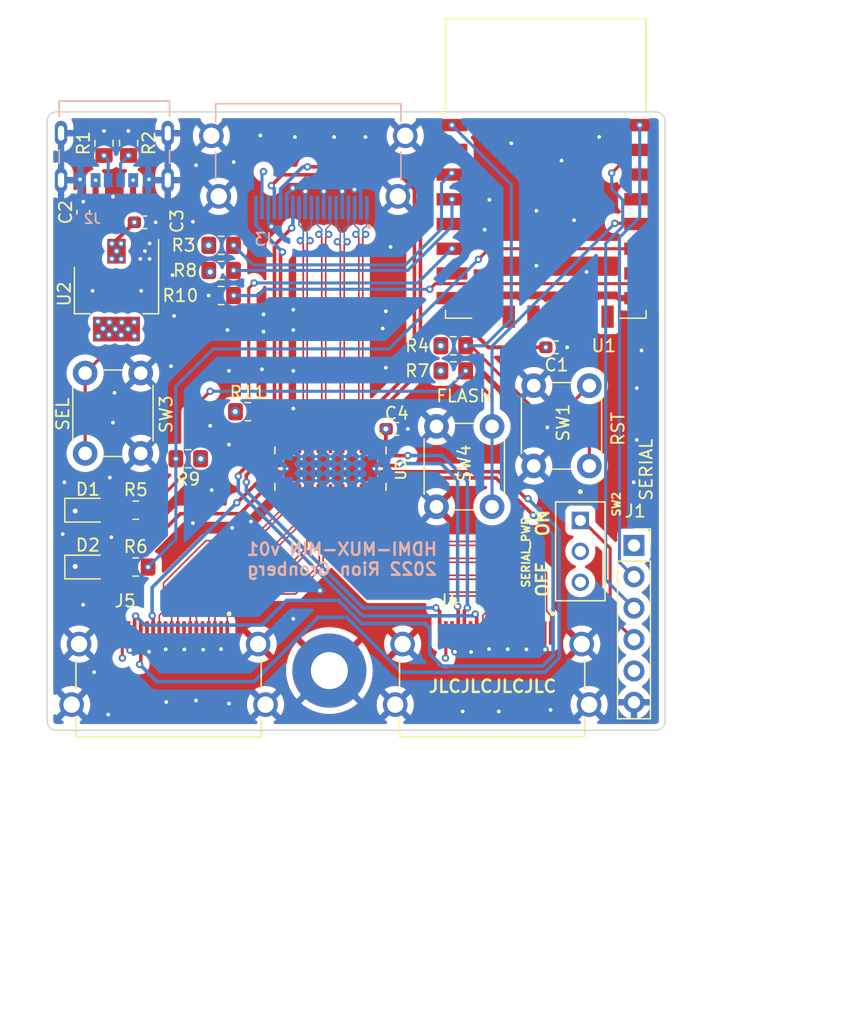
<source format=kicad_pcb>
(kicad_pcb (version 20211014) (generator pcbnew)
  (layers (0 "F.Cu" signal) (1 "In1.Cu" signal) (2 "In2.Cu" signal) (31 "B.Cu" signal) (34 "B.Paste" user) (35 "F.Paste" user) (36 "B.SilkS" user "B.Silkscreen") (37 "F.SilkS" user "F.Silkscreen") (38 "B.Mask" user) (39 "F.Mask" user) (44 "Edge.Cuts" user))
  (net 0 "")
  (net 1 "GND")
  (net 2 "/IN_D2+")
  (net 3 "/IN_D2-")
  (net 4 "+5V")
  (net 5 "/IN_D1+")
  (net 6 "/IN_D1-")
  (net 8 "Net-(D1-Pad2)")
  (net 9 "Net-(D2-Pad2)")
  (net 15 "/USB_RX")
  (net 17 "/USB_TX")
  (net 19 "VBUS")
  (net 20 "/IN_D0+")
  (net 21 "/IN_D0-")
  (net 22 "/IN_CLK+")
  (net 23 "/IN_CLK-")
  (net 24 "/IN_CEC")
  (net 25 "/IN_SCL")
  (net 26 "/IN_SDA")
  (net 27 "/IN_HPD")
  (net 28 "/P1_D2+")
  (net 29 "/P1_D2-")
  (net 30 "/P1_D1+")
  (net 31 "/P1_D1-")
  (net 32 "/P1_D0+")
  (net 33 "/P1_D0-")
  (net 34 "/P1_CEC")
  (net 35 "/P1_SCL")
  (net 36 "/P1_SDA")
  (net 37 "/P1_HPD")
  (net 38 "/P2_D2+")
  (net 39 "/P2_D2-")
  (net 40 "/P2_D1+")
  (net 41 "/P2_D1-")
  (net 42 "/P2_D0+")
  (net 43 "/P2_D0-")
  (net 44 "/P2_CLK+")
  (net 45 "/P2_CLK-")
  (net 46 "/P2_CEC")
  (net 47 "/P2_SCL")
  (net 48 "/P2_SDA")
  (net 49 "/P2_HPD")
  (net 51 "Net-(R3-Pad2)")
  (net 52 "/LED2")
  (net 53 "/LED1")
  (net 54 "Net-(J2-PadB5)")
  (net 55 "+3.3V")
  (net 56 "Net-(J2-PadA5)")
  (net 58 "Net-(R4-Pad2)")
  (net 59 "Net-(R10-Pad1)")
  (net 61 "/MUX_A_SEL")
  (net 62 "/P1_CLK-")
  (net 63 "/P1_CLK+")
  (net 64 "Net-(J1-Pad4)")
  (net 68 "Net-(R8-Pad1)")
  (net 69 "Net-(R11-Pad1)")
  (footprint "Resistor_SMD:R_0805_2012Metric_Pad1.20x1.40mm_HandSolder" (layer "F.Cu") (at 36.703 34.417 180)
    (fp_text reference "R10")
    (fp_text value "10k")
  )
  (footprint "Capacitor_SMD:C_0603_1608Metric_Pad1.08x0.95mm_HandSolder" (layer "F.Cu") (at 25.53725 27.68125 90)
    (fp_text reference "C2")
    (fp_text value "10uF")
  )
  (footprint "Resistor_SMD:R_0805_2012Metric_Pad1.20x1.40mm_HandSolder" (layer "F.Cu") (at 55.499 40.513)
    (fp_text reference "R7")
    (fp_text value "10k")
  )
  (footprint "Resistor_SMD:R_0805_2012Metric_Pad1.20x1.40mm_HandSolder" (layer "F.Cu") (at 29.20725 22.08125 -90)
    (fp_text reference "R2")
    (fp_text value "5.1k")
  )
  (footprint "Capacitor_SMD:C_0603_1608Metric_Pad1.08x0.95mm_HandSolder" (layer "F.Cu") (at 50.927 45.212 180)
    (fp_text reference "C4")
    (fp_text value "0.1uF")
  )
  (footprint "Resistor_SMD:R_0805_2012Metric_Pad1.20x1.40mm_HandSolder" (layer "F.Cu") (at 34.036 47.625 180)
    (fp_text reference "R9")
    (fp_text value "10k")
  )
  (footprint "LED_SMD:LED_0805_2012Metric_Pad1.15x1.40mm_HandSolder" (layer "F.Cu") (at 25.9055 51.788)
    (fp_text reference "D1")
    (fp_text value "LED1")
  )
  (footprint "Resistor_SMD:R_0805_2012Metric_Pad1.20x1.40mm_HandSolder" (layer "F.Cu") (at 29.7855 51.788)
    (fp_text reference "R5")
    (fp_text value "15")
  )
  (footprint "Resistor_SMD:R_0805_2012Metric_Pad1.20x1.40mm_HandSolder" (layer "F.Cu") (at 27.21725 22.09125 -90)
    (fp_text reference "R1")
    (fp_text value "5.1k")
  )
  (footprint "Capacitor_SMD:C_0603_1608Metric_Pad1.08x0.95mm_HandSolder" (layer "F.Cu") (at 63.8545 38.608 180)
    (fp_text reference "C1")
    (fp_text value "22uF")
  )
  (footprint "Resistor_SMD:R_0805_2012Metric_Pad1.20x1.40mm_HandSolder" (layer "F.Cu") (at 38.862 43.815 180)
    (fp_text reference "R11")
    (fp_text value "10k")
  )
  (footprint "Connector_PinSocket_2.54mm:PinSocket_1x06_P2.54mm_Vertical" (layer "F.Cu") (at 70.129 54.635)
    (fp_text reference "J1")
    (fp_text value "SERIAL")
  )
  (footprint "Button_Switch_THT:SW_PUSH_6mm" (layer "F.Cu") (at 62.012 48.208 90)
    (fp_text reference "SW1")
    (fp_text value "RST")
  )
  (footprint "STEWART_SS-53000-001:STEWART_SS-53000-001" (layer "F.Cu") (at 58.646 61.722)
    (fp_text reference "J4")
    (fp_text value "HDMI_1")
  )
  (footprint "STEWART_SS-53000-001:STEWART_SS-53000-001" (layer "F.Cu") (at 32.446 61.722)
    (fp_text reference "J5")
    (fp_text value "HDMI_2")
  )
  (footprint "Button_Switch_THT:SW_PUSH_6mm" (layer "F.Cu") (at 25.69 47.192 90)
    (fp_text reference "SW3")
    (fp_text value "SEL")
  )
  (footprint "LED_SMD:LED_0805_2012Metric_Pad1.15x1.40mm_HandSolder" (layer "F.Cu") (at 25.908 56.388)
    (fp_text reference "D2")
    (fp_text value "LED2")
  )
  (footprint "Resistor_SMD:R_0805_2012Metric_Pad1.20x1.40mm_HandSolder" (layer "F.Cu") (at 36.703 30.353)
    (fp_text reference "R3")
    (fp_text value "10k")
  )
  (footprint "Capacitor_SMD:C_0603_1608Metric_Pad1.08x0.95mm_HandSolder" (layer "F.Cu") (at 30.53725 28.49125)
    (fp_text reference "C3")
    (fp_text value "10uF")
  )
  (footprint "QFN50P900X350X80-43N:QFN50P900X350X80-43N" (layer "F.Cu") (at 45.55525 48.4245 -90)
    (fp_text reference "U3")
    (fp_text value "TS3DV642")
  )
  (footprint "Resistor_SMD:R_0805_2012Metric_Pad1.20x1.40mm_HandSolder" (layer "F.Cu") (at 36.703 32.385 180)
    (fp_text reference "R8")
    (fp_text value "10k")
  )
  (footprint "Resistor_SMD:R_0805_2012Metric_Pad1.20x1.40mm_HandSolder" (layer "F.Cu") (at 55.499 38.481)
    (fp_text reference "R4")
    (fp_text value "10k")
  )
  (footprint "MountingHole:MountingHole_3mm_Pad" (layer "F.Cu") (at 45.466 64.77)
    (fp_text reference "REF**" hide)
    (fp_text value "MountingHole_3mm_Pad" hide)
  )
  (footprint "RF_Module:ESP-12E" (layer "F.Cu") (at 62.992 24.13)
    (fp_text reference "U1")
    (fp_text value "ESP-12F")
  )
  (footprint "MINI-SPDT-SW:MINI-SPDT-SW" (layer "F.Cu") (at 65.786 55.118 -90)
    (fp_text reference "SW2")
    (fp_text value "SERIAL_PWR")
  )
  (footprint "Resistor_SMD:R_0805_2012Metric_Pad1.20x1.40mm_HandSolder" (layer "F.Cu") (at 29.7855 56.388)
    (fp_text reference "R6")
    (fp_text value "15")
  )
  (footprint "Package_TO_SOT_SMD:SOT-223-3_TabPin2" (layer "F.Cu") (at 28.22725 33.98125 -90)
    (fp_text reference "U2")
    (fp_text value "AMS1117-3.3")
  )
  (footprint "Button_Switch_THT:SW_PUSH_6mm" (layer "F.Cu") (at 58.638 45.01 -90)
    (fp_text reference "SW4")
    (fp_text value "FLASH")
  )
  (footprint "CUI_UJC-HP-3-SMT-TR:CUI_UJC-HP-3-SMT-TR" (layer "B.Cu") (at 28.05725 25.08125)
    (fp_text reference "J2")
    (fp_text value "UJC-HP-3-SMT-TR")
  )
  (footprint "STEWART_SS-53000-001:STEWART_SS-53000-001" (layer "B.Cu") (at 43.75875 27.2905)
    (fp_text reference "J3")
    (fp_text value "HDMI_IN")
  )
  (gr_arc (start 23.368 69.596) (mid 22.829185 69.372815) (end 22.606 68.834) (layer "Edge.Cuts") (width 0.1))
  (gr_line (start 23.368 19.558) (end 71.882 19.558) (layer "Edge.Cuts") (width 0.1))
  (gr_line (start 22.606 68.834) (end 22.606 20.32) (layer "Edge.Cuts") (width 0.1))
  (gr_line (start 71.882 69.596) (end 23.368 69.596) (layer "Edge.Cuts") (width 0.1))
  (gr_arc (start 71.882 19.558) (mid 72.420815 19.781185) (end 72.644 20.32) (layer "Edge.Cuts") (width 0.1))
  (gr_arc (start 22.606 20.32) (mid 22.829185 19.781185) (end 23.368 19.558) (layer "Edge.Cuts") (width 0.1))
  (gr_line (start 72.644 20.32) (end 72.644 68.834) (layer "Edge.Cuts") (width 0.1))
  (gr_arc (start 72.644 68.834) (mid 72.420815 69.372815) (end 71.882 69.596) (layer "Edge.Cuts") (width 0.1))
  (gr_text "HDMI-MUX-MIN v01\n2022 Rion Gronberg" (at 46.482 55.753) (layer "B.SilkS") (effects (font (size 1 1) (thickness 0.2)) (justify mirror)))
  (gr_text "ON" (at 62.738 52.832 90) (layer "F.SilkS") (effects (font (size 1 1) (thickness 0.2))))
  (gr_text "JLCJLCJLCJLC" (at 58.674 66.04) (layer "F.SilkS") (effects (font (size 1 1) (thickness 0.2))))
  (gr_text "OFF" (at 62.738 57.404 90) (layer "F.SilkS") (effects (font (size 1 1) (thickness 0.2))))
  (segment (start 25.53725 26.81875) (end 25.53725 26.82125) (width 0.25) (layer "F.Cu") (net 1))
  (segment (start 71.49075 35.968) (end 71.49075 35.018) (width 0.25) (layer "F.Cu") (net 1))
  (segment (start 35.703 34.417) (end 35.687 34.417) (width 0.25) (layer "F.Cu") (net 1))
  (segment (start 62.896 63.023778) (end 62.935457 63.063235) (width 0.25) (layer "F.Cu") (net 1))
  (segment (start 36.696 61.722) (end 36.696 63.028373) (width 0.25) (layer "F.Cu") (net 1))
  (segment (start 68.85075 38.608) (end 71.49075 35.968) (width 0.25) (layer "F.Cu") (net 1))
  (segment (start 59.896 63.028106) (end 59.903164 63.03527) (width 0.25) (layer "F.Cu") (net 1))
  (segment (start 31.39975 28.49125) (end 31.39975 29.94875) (width 0.25) (layer "F.Cu") (net 1))
  (segment (start 61.396 63.026666) (end 61.418413 63.049079) (width 0.25) (layer "F.Cu") (net 1))
  (segment (start 61.396 61.722) (end 61.396 63.026666) (width 0.25) (layer "F.Cu") (net 1))
  (segment (start 59.896 61.722) (end 59.896 63.028106) (width 0.25) (layer "F.Cu") (net 1))
  (segment (start 35.196 63.021303) (end 35.246299 63.071602) (width 0.25) (layer "F.Cu") (net 1))
  (segment (start 51.7895 45.212) (end 51.816 45.212) (width 0.25) (layer "F.Cu") (net 1))
  (segment (start 58.396 63.028372) (end 58.395941 63.028431) (width 0.25) (layer "F.Cu") (net 1))
  (segment (start 32.196 61.722) (end 32.196 63.027426) (width 0.25) (layer "F.Cu") (net 1))
  (segment (start 29.196 61.722) (end 29.196 62.993203) (width 0.25) (layer "F.Cu") (net 1))
  (segment (start 32.196 63.027426) (end 32.211851 63.043277) (width 0.25) (layer "F.Cu") (net 1))
  (segment (start 29.196 62.993203) (end 29.3205 63.117703) (width 0.25) (layer "F.Cu") (net 1))
  (segment (start 31.39975 29.94875) (end 30.52725 30.82125) (width 0.25) (layer "F.Cu") (net 1))
  (segment (start 56.896 63.216304) (end 56.942493 63.262797) (width 0.25) (layer "F.Cu") (net 1))
  (segment (start 30.696 61.722) (end 30.696 63.081) (width 0.25) (layer "F.Cu") (net 1))
  (segment (start 30.696 63.081) (end 30.861 63.246) (width 0.25) (layer "F.Cu") (net 1))
  (segment (start 55.396 61.722) (end 55.396 63.016) (width 0.25) (layer "F.Cu") (net 1))
  (segment (start 33.696 63.025176) (end 33.728126 63.057302) (width 0.25) (layer "F.Cu") (net 1))
  (segment (start 33.696 61.722) (end 33.696 63.025176) (width 0.25) (layer "F.Cu") (net 1))
  (segment (start 55.396 63.016) (end 55.626 63.246) (width 0.25) (layer "F.Cu") (net 1))
  (segment (start 36.696 63.028373) (end 36.69597 63.028403) (width 0.25) (layer "F.Cu") (net 1))
  (segment (start 64.717 38.608) (end 68.85075 38.608) (width 0.25) (layer "F.Cu") (net 1))
  (segment (start 35.196 61.722) (end 35.196 63.021303) (width 0.25) (layer "F.Cu") (net 1))
  (segment (start 62.896 61.722) (end 62.896 63.023778) (width 0.25) (layer "F.Cu") (net 1))
  (segment (start 56.896 61.722) (end 56.896 63.216304) (width 0.25) (layer "F.Cu") (net 1))
  (segment (start 58.396 61.722) (end 58.396 63.028372) (width 0.25) (layer "F.Cu") (net 1))
  (via (at 50.038 40.259) (size 0.6) (drill 0.3) (layers "F.Cu" "B.Cu") (net 1))
  (via (at 25.273 25.019) (size 0.6) (drill 0.3) (layers "F.Cu" "B.Cu") (net 1))
  (via (at 70.104 49.53) (size 0.6) (drill 0.3) (layers "F.Cu" "B.Cu") (net 1))
  (via (at 29.18725 21.10125) (size 0.6) (drill 0.3) (layers "F.Cu" "B.Cu") (net 1))
  (via (at 63.119 45.085) (size 0.6) (drill 0.3) (layers "F.Cu" "B.Cu") (net 1))
  (via (at 62.23 32.004) (size 0.6) (drill 0.3) (layers "F.Cu" "B.Cu") (net 1))
  (via (at 29.3205 63.117703) (size 0.6) (drill 0.3) (layers "F.Cu" "B.Cu") (net 1))
  (via (at 59.182 68.072) (size 0.6) (drill 0.3) (layers "F.Cu" "B.Cu") (net 1))
  (via (at 42.545 43.561) (size 0.6) (drill 0.3) (layers "F.Cu" "B.Cu") (net 1))
  (via (at 30.861 63.246) (size 0.6) (drill 0.3) (layers "F.Cu" "B.Cu") (net 1))
  (via (at 39.116 52.705) (size 0.6) (drill 0.3) (layers "F.Cu" "B.Cu") (net 1))
  (via (at 46.508778 25.9841) (size 0.6) (drill 0.3) (layers "F.Cu" "B.Cu") (net 1))
  (via (at 66.294 32.512) (size 0.6) (drill 0.3) (layers "F.Cu" "B.Cu") (net 1))
  (via (at 56.261 68.072) (size 0.6) (drill 0.3) (layers "F.Cu" "B.Cu") (net 1))
  (via (at 30.226 34.036) (size 0.6) (drill 0.3) (layers "F.Cu" "B.Cu") (net 1))
  (via (at 55.626 63.246) (size 0.6) (drill 0.3) (layers "F.Cu" "B.Cu") (net 1))
  (via (at 70.739 38.862) (size 0.6) (drill 0.3) (layers "F.Cu" "B.Cu") (net 1))
  (via (at 45.847 21.59) (size 0.6) (drill 0.3) (layers "F.Cu" "B.Cu") (net 1))
  (via (at 40.005 40.386) (size 0.6) (drill 0.3) (layers "F.Cu" "B.Cu") (net 1))
  (via (at 42.545 40.513) (size 0.6) (drill 0.3) (layers "F.Cu" "B.Cu") (net 1))
  (via (at 27.813 53.975) (size 0.6) (drill 0.3) (layers "F.Cu" "B.Cu") (net 1))
  (via (at 62.23 27.559) (size 0.6) (drill 0.3) (layers "F.Cu" "B.Cu") (net 1))
  (via (at 37.592 53.213) (size 0.6) (drill 0.3) (layers "F.Cu" "B.Cu") (net 1))
  (via (at 51.816 45.212) (size 0.6) (drill 0.3) (layers "F.Cu" "B.Cu") (net 1))
  (via (at 35.941 50.165) (size 0.6) (drill 0.3) (layers "F.Cu" "B.Cu") (net 1))
  (via (at 37.211 37.211) (size 0.6) (drill 0.3) (layers "F.Cu" "B.Cu") (net 1))
  (via (at 32.639 40.132) (size 0.6) (drill 0.3) (layers "F.Cu" "B.Cu") (net 1))
  (via (at 65.278 28.321) (size 0.6) (drill 0.3) (layers "F.Cu" "B.Cu") (net 1))
  (via (at 34.417 28.448) (size 0.6) (drill 0.3) (layers "F.Cu" "B.Cu") (net 1))
  (via (at 35.814 44.958) (size 0.6) (drill 0.3) (layers "F.Cu" "B.Cu") (net 1))
  (via (at 63.373 67.945) (size 0.6) (drill 0.3) (layers "F.Cu" "B.Cu") (net 1))
  (via (at 70.358 41.91) (size 0.6) (drill 0.3) (layers "F.Cu" "B.Cu") (net 1))
  (via (at 50.038 35.687) (size 0.6) (drill 0.3) (layers "F.Cu" "B.Cu") (net 1))
  (via (at 23.876 53.721) (size 0.6) (drill 0.3) (layers "F.Cu" "B.Cu") (net 1))
  (via (at 43.510116 25.982791) (size 0.6) (drill 0.3) (layers "F.Cu" "B.Cu") (net 1))
  (via (at 35.687 34.417) (size 0.6) (drill 0.3) (layers "F.Cu" "B.Cu") (net 1))
  (via (at 36.69597 63.028403) (size 0.6) (drill 0.3) (layers "F.Cu" "B.Cu") (net 1))
  (via (at 30.90725 31.45125) (size 0.6) (drill 0.3) (layers "F.Cu" "B.Cu") (net 1))
  (via (at 50.419 30.48) (size 0.6) (drill 0.3) (layers "F.Cu" "B.Cu") (net 1))
  (via (at 70.358 46.101) (size 0.6) (drill 0.3) (layers "F.Cu" "B.Cu") (net 1))
  (via (at 40.132 35.941) (size 0.6) (drill 0.3) (layers "F.Cu" "B.Cu") (net 1))
  (via (at 42.545 37.211) (size 0.6) (drill 0.3) (layers "F.Cu" "B.Cu") (net 1))
  (via (at 26.289 34.036) (size 0.6) (drill 0.3) (layers "F.Cu" "B.Cu") (net 1))
  (via (at 30.15725 31.45125) (size 0.6) (drill 0.3) (layers "F.Cu" "B.Cu") (net 1))
  (via (at 27.559 68.326) (size 0.6) (drill 0.3) (layers "F.Cu" "B.Cu") (net 1))
  (via (at 30.861 25.019) (size 0.6) (drill 0.3) (layers "F.Cu" "B.Cu") (net 1))
  (via (at 40.132 37.338) (size 0.6) (drill 0.3) (layers "F.Cu" "B.Cu") (net 1))
  (via (at 62.935457 63.063235) (size 0.6) (drill 0.3) (layers "F.Cu" "B.Cu") (net 1))
  (via (at 30.90725 30.20125) (size 0.6) (drill 0.3) (layers "F.Cu" "B.Cu") (net 1))
  (via (at 58.039 29.083) (size 0.6) (drill 0.3) (layers "F.Cu" "B.Cu") (net 1))
  (via (at 34.671 23.876) (size 0.6) (drill 0.3) (layers "F.Cu" "B.Cu") (net 1))
  (via (at 32.211851 63.043277) (size 0.6) (drill 0.3) (layers "F.Cu" "B.Cu") (net 1))
  (via (at 42.545 60.579) (size 0.6) (drill 0.3) (layers "F.Cu" "B.Cu") (net 1))
  (via (at 27.686 49.149) (size 0.6) (drill 0.3) (layers "F.Cu" "B.Cu") (net 1))
  (via (at 32.766 32.766) (size 0.6) (drill 0.3) (layers "F.Cu" "B.Cu") (net 1))
  (via (at 67.31 21.59) (size 0.6) (drill 0.3) (layers "F.Cu" "B.Cu") (net 1))
  (via (at 58.42 26.67) (size 0.6) (drill 0.3) (layers "F.Cu" "B.Cu") (net 1))
  (via (at 42.545 35.56) (size 0.6) (drill 0.3) (layers "F.Cu" "B.Cu") (net 1))
  (via (at 42.497338 25.724124) (size 0.6) (drill 0.3) (layers "F.Cu" "B.Cu") (net 1))
  (via (at 27.21725 21.10125) (size 0.6) (drill 0.3) (layers "F.Cu" "B.Cu") (net 1))
  (via (at 64.717 38.608) (size 0.6) (drill 0.3) (layers "F.Cu" "B.Cu") (net 1))
  (via (at 37.338 40.513) (size 0.6) (drill 0.3) (layers "F.Cu" "B.Cu") (net 1))
  (via (at 30.52725 30.82125) (size 0.6) (drill 0.3) (layers "F.Cu" "B.Cu") (net 1))
  (via (at 24.8855 56.338) (size 0.8) (drill 0.4) (layers "F.Cu" "B.Cu") (net 1))
  (via (at 24.8855 51.858) (size 0.8) (drill 0.4) (layers "F.Cu" "B.Cu") (net 1))
  (via (at 56.942493 63.262797) (size 0.6) (drill 0.3) (layers "F.Cu" "B.Cu") (net 1))
  (via (at 49.784 37.084) (size 0.6) (drill 0.3) (layers "F.Cu" "B.Cu") (net 1))
  (via (at 39.878 21.463) (size 0.6) (drill 0.3) (layers "F.Cu" "B.Cu") (net 1))
  (via (at 37.338 67.437) (size 0.6) (drill 0.3) (layers "F.Cu" "B.Cu") (net 1))
  (via (at 42.672 21.59) (size 0.6) (drill 0.3) (layers "F.Cu" "B.Cu") (net 1))
  (via (at 35.246299 63.071602) (size 0.6) (drill 0.3) (layers "F.Cu" "B.Cu") (net 1))
  (via (at 60.198 22.098) (size 0.6) (drill 0.3) (layers "F.Cu" "B.Cu") (net 1))
  (via (at 47.498 25.840998) (size 0.6) (drill 0.3) (layers "F.Cu" "B.Cu") (net 1))
  (via (at 32.893 36.068) (size 0.6) (drill 0.3) (layers "F.Cu" "B.Cu") (net 1))
  (via (at 28.067 42.291) (size 0.6) (drill 0.3) (layers "F.Cu" "B.Cu") (net 1))
  (via (at 37.338 46.482) (size 0.6) (drill 0.3) (layers "F.Cu" "B.Cu") (net 1))
  (via (at 27.94 44.704) (size 0.6) (drill 0.3) (layers "F.Cu" "B.Cu") (net 1))
  (via (at 34.671 67.183) (size 0.6) (drill 0.3) (layers "F.Cu" "B.Cu") (net 1))
  (via (at 48.387 21.59) (size 0.6) (drill 0.3) (layers "F.Cu" "B.Cu") (net 1))
  (via (at 44.704 58.293) (size 0.6) (drill 0.3) (layers "F.Cu" "B.Cu") (net 1))
  (via (at 58.395941 63.028431) (size 0.6) (drill 0.3) (layers "F.Cu" "B.Cu") (net 1))
  (via (at 34.417 52.832) (size 0.6) (drill 0.3) (layers "F.Cu" "B.Cu") (net 1))
  (via (at 24.003 49.53) (size 0.6) (drill 0.3) (layers "F.Cu" "B.Cu") (net 1))
  (via (at 26.416 64.897) (size 0.6) (drill 0.3) (layers "F.Cu" "B.Cu") (net 1))
  (via (at 64.262 23.495) (size 0.6) (drill 0.3) (layers "F.Cu" "B.Cu") (net 1))
  (via (at 25.527 59.436) (size 0.6) (drill 0.3) (layers "F.Cu" "B.Cu") (net 1))
  (via (at 31.39975 28.49125) (size 0.6) (drill 0.3) (layers "F.Cu" "B.Cu") (net 1))
  (via (at 37.719 23.622) (size 0.6) (drill 0.3) (layers "F.Cu" "B.Cu") (net 1))
  (via (at 45.00873 25.984107) (size 0.6) (drill 0.3) (layers "F.Cu" "B.Cu") (net 1))
  (via (at 59.903164 63.03527) (size 0.6) (drill 0.3) (layers "F.Cu" "B.Cu") (net 1))
  (via (at 61.418413 63.049079) (size 0.6) (drill 0.3) (layers "F.Cu" "B.Cu") (net 1))
  (via (at 40.767 28.829) (size 0.6) (drill 0.3) (layers "F.Cu" "B.Cu") (net 1))
  (via (at 27.94 26.416) (size 0.6) (drill 0.3) (layers "F.Cu" "B.Cu") (net 1))
  (via (at 33.728126 63.057302) (size 0.6) (drill 0.3) (layers "F.Cu" "B.Cu") (net 1))
  (via (at 25.53725 26.82125) (size 0.6) (drill 0.3) (layers "F.Cu" "B.Cu") (net 1))
  (via (at 32.258 67.31) (size 0.6) (drill 0.3) (layers "F.Cu" "B.Cu") (net 1))
  (segment (start 42.00875 26.212712) (end 42.497338 25.724124) (width 0.25) (layer "B.Cu") (net 1))
  (segment (start 25.30725 25.05325) (end 25.273 25.019) (width 0.25) (layer "B.Cu") (net 1))
  (segment (start 40.50875 27.2905) (end 40.50875 28.57075) (width 0.25) (layer "B.Cu") (net 1))
  (segment (start 46.50875 27.2905) (end 46.50875 25.984128) (width 0.25) (layer "B.Cu") (net 1))
  (segment (start 45.00875 27.2905) (end 45.00875 25.984127) (width 0.25) (layer "B.Cu") (net 1))
  (segment (start 46.50875 25.984128) (end 46.508778 25.9841) (width 0.25) (layer "B.Cu") (net 1))
  (segment (start 30.80725 25.36125) (end 30.82725 25.38125) (width 0.25) (layer "B.Cu") (net 1))
  (segment (start 48.00875 26.0405) (end 47.809248 25.840998) (width 0.25) (layer "B.Cu") (net 1))
  (segment (start 48.00875 27.2905) (end 48.00875 26.0405) (width 0.25) (layer "B.Cu") (net 1))
  (segment (start 25.30725 25.08625) (end 25.30725 25.05325) (width 0.25) (layer "B.Cu") (net 1))
  (segment (start 43.50875 27.2905) (end 43.50875 25.984157) (width 0.25) (layer "B.Cu") (net 1))
  (segment (start 30.80725 25.07275) (end 30.861 25.019) (width 0.25) (layer "B.Cu") (net 1))
  (segment (start 40.50875 28.57075) (end 40.767 28.829) (width 0.25) (layer "B.Cu") (net 1))
  (segment (start 42.00875 27.2905) (end 42.00875 26.212712) (width 0.25) (layer "B.Cu") (net 1))
  (segment (start 47.809248 25.840998) (end 47.498 25.840998) (width 0.25) (layer "B.Cu") (net 1))
  (segment (start 43.50875 25.984157) (end 43.510116 25.982791) (width 0.25) (layer "B.Cu") (net 1))
  (segment (start 45.00875 25.984127) (end 45.00873 25.984107) (width 0.25) (layer "B.Cu") (net 1))
  (segment (start 30.80725 25.08625) (end 30.80725 25.07275) (width 0.25) (layer "B.Cu") (net 1))
  (segment (start 47.464751 43.692817) (end 47.464751 46.649001) (width 0.127) (layer "F.Cu") (net 2))
  (segment (start 47.464751 46.649001) (end 47.55525 46.7395) (width 0.127) (layer "F.Cu") (net 2))
  (segment (start 48.168251 29.700499) (end 48.168251 42.989317) (width 0.127) (layer "F.Cu") (net 2))
  (segment (start 48.40475 29.464) (end 48.168251 29.700499) (width 0.127) (layer "F.Cu") (net 2))
  (segment (start 48.168251 42.989317) (end 47.464751 43.692817) (width 0.127) (layer "F.Cu") (net 2))
  (via (at 48.40475 29.464) (size 0.6) (drill 0.3) (layers "F.Cu" "B.Cu") (net 2))
  (segment (start 48.50875 27.2905) (end 48.50875 28.715501) (width 0.127) (layer "B.Cu") (net 2))
  (segment (start 48.168251 29.227501) (end 48.40475 29.464) (width 0.127) (layer "B.Cu") (net 2))
  (segment (start 48.50875 28.715501) (end 48.16825 29.056001) (width 0.127) (layer "B.Cu") (net 2))
  (segment (start 48.16825 29.056001) (end 48.168251 29.227501) (width 0.127) (layer "B.Cu") (net 2))
  (segment (start 47.849249 29.700499) (end 47.849249 42.857183) (width 0.127) (layer "F.Cu") (net 3))
  (segment (start 47.849249 42.857183) (end 47.145749 43.560683) (width 0.127) (layer "F.Cu") (net 3))
  (segment (start 47.61275 29.464) (end 47.849249 29.700499) (width 0.127) (layer "F.Cu") (net 3))
  (segment (start 47.145749 46.649001) (end 47.05525 46.7395) (width 0.127) (layer "F.Cu") (net 3))
  (segment (start 47.145749 43.560683) (end 47.145749 46.649001) (width 0.127) (layer "F.Cu") (net 3))
  (via (at 47.61275 29.464) (size 0.6) (drill 0.3) (layers "F.Cu" "B.Cu") (net 3))
  (segment (start 47.849249 29.227501) (end 47.61275 29.464) (width 0.127) (layer "B.Cu") (net 3))
  (segment (start 47.50875 28.715501) (end 47.84925 29.056001) (width 0.127) (layer "B.Cu") (net 3))
  (segment (start 47.50875 27.2905) (end 47.50875 28.715501) (width 0.127) (layer "B.Cu") (net 3))
  (segment (start 47.84925 29.056001) (end 47.849249 29.227501) (width 0.127) (layer "B.Cu") (net 3))
  (segment (start 54.896 63.722) (end 54.864 63.754) (width 0.25) (layer "F.Cu") (net 4))
  (segment (start 28.696 61.722) (end 28.696 63.748) (width 0.25) (layer "F.Cu") (net 4))
  (segment (start 54.896 61.722) (end 54.896 63.722) (width 0.25) (layer "F.Cu") (net 4))
  (segment (start 28.696 63.748) (end 28.702 63.754) (width 0.25) (layer "F.Cu") (net 4))
  (via (at 28.702 63.754) (size 0.6) (drill 0.3) (layers "F.Cu" "B.Cu") (net 4))
  (via (at 40.132 24.384) (size 0.6) (drill 0.3) (layers "F.Cu" "B.Cu") (net 4))
  (via (at 54.864 63.754) (size 0.6) (drill 0.3) (layers "F.Cu" "B.Cu") (net 4))
  (segment (start 40.00875 27.2905) (end 40.00875 24.50725) (width 0.25) (layer "B.Cu") (net 4))
  (segment (start 40.00875 24.50725) (end 40.132 24.384) (width 0.25) (layer "B.Cu") (net 4))
  (segment (start 46.668251 46.193599) (end 46.668251 30.29985) (width 0.127) (layer "F.Cu") (net 5))
  (segment (start 46.668251 30.29985) (end 46.90475 30.063351) (width 0.127) (layer "F.Cu") (net 5))
  (segment (start 46.65675 46.589135) (end 46.65675 46.2051) (width 0.127) (layer "F.Cu") (net 5))
  (segment (start 46.55525 46.7395) (end 46.55525 46.690635) (width 0.127) (layer "F.Cu") (net 5))
  (segment (start 46.65675 46.2051) (end 46.668251 46.193599) (width 0.127) (layer "F.Cu") (net 5))
  (segment (start 46.55525 46.690635) (end 46.65675 46.589135) (width 0.127) (layer "F.Cu") (net 5))
  (via (at 46.90475 30.063351) (size 0.6) (drill 0.3) (layers "F.Cu" "B.Cu") (net 5))
  (segment (start 47.00875 27.2905) (end 47.00875 28.715501) (width 0.127) (layer "B.Cu") (net 5))
  (segment (start 46.668251 29.826852) (end 46.90475 30.063351) (width 0.127) (layer "B.Cu") (net 5))
  (segment (start 47.00875 28.715501) (end 46.66825 29.056001) (width 0.127) (layer "B.Cu") (net 5))
  (segment (start 46.66825 29.056001) (end 46.668251 29.826852) (width 0.127) (layer "B.Cu") (net 5))
  (segment (start 46.16475 46.103093) (end 46.349249 45.918594) (width 0.127) (layer "F.Cu") (net 6))
  (segment (start 46.349249 30.29985) (end 46.11275 30.063351) (width 0.127) (layer "F.Cu") (net 6))
  (segment (start 46.05525 46.7395) (end 46.16475 46.63) (width 0.127) (layer "F.Cu") (net 6))
  (segment (start 46.16475 46.63) (end 46.16475 46.103093) (width 0.127) (layer "F.Cu") (net 6))
  (segment (start 46.349249 45.918594) (end 46.349249 30.29985) (width 0.127) (layer "F.Cu") (net 6))
  (via (at 46.11275 30.063351) (size 0.6) (drill 0.3) (layers "F.Cu" "B.Cu") (net 6))
  (segment (start 46.00875 28.715501) (end 46.34925 29.056001) (width 0.127) (layer "B.Cu") (net 6))
  (segment (start 46.00875 27.2905) (end 46.00875 28.715501) (width 0.127) (layer "B.Cu") (net 6))
  (segment (start 46.34925 29.056001) (end 46.349249 29.826852) (width 0.127) (layer "B.Cu") (net 6))
  (segment (start 46.349249 29.826852) (end 46.11275 30.063351) (width 0.127) (layer "B.Cu") (net 6))
  (segment (start 28.7855 51.788) (end 26.9305 51.788) (width 0.25) (layer "F.Cu") (net 8))
  (segment (start 26.933 56.388) (end 28.7855 56.388) (width 0.25) (layer "F.Cu") (net 9))
  (via (at 70.592 20.63) (size 0.6) (drill 0.3) (layers "F.Cu" "B.Cu") (net 15))
  (segment (start 68.954 29.72128) (end 70.592 28.08328) (width 0.25) (layer "B.Cu") (net 15))
  (segment (start 70.592 28.08328) (end 70.592 20.63) (width 0.25) (layer "B.Cu") (net 15))
  (segment (start 70.129 57.175) (end 68.954 56) (width 0.25) (layer "B.Cu") (net 15))
  (segment (start 68.954 56) (end 68.954 29.72128) (width 0.25) (layer "B.Cu") (net 15))
  (segment (start 68.326 24.511) (end 70.207 22.63) (width 0.25) (layer "F.Cu") (net 17))
  (segment (start 70.207 22.63) (end 70.592 22.63) (width 0.25) (layer "F.Cu") (net 17))
  (via (at 68.326 24.511) (size 0.6) (drill 0.3) (layers "F.Cu" "B.Cu") (net 17))
  (segment (start 68.326 25.781) (end 68.326 24.511) (width 0.25) (layer "B.Cu") (net 17))
  (segment (start 69.215 26.67) (end 68.326 25.781) (width 0.25) (layer "B.Cu") (net 17))
  (segment (start 70.129 59.715) (end 67.837 57.423) (width 0.25) (layer "B.Cu") (net 17))
  (segment (start 67.837 57.423) (end 67.837 30.201884) (width 0.25) (layer "B.Cu") (net 17))
  (segment (start 67.837 30.201884) (end 69.215 28.823884) (width 0.25) (layer "B.Cu") (net 17))
  (segment (start 69.215 28.823884) (end 69.215 26.67) (width 0.25) (layer "B.Cu") (net 17))
  (segment (start 26.49225 29.66625) (end 25.92725 30.23125) (width 0.5) (layer "F.Cu") (net 19))
  (segment (start 29.56725 26.59125) (end 26.49225 29.66625) (width 0.5) (layer "F.Cu") (net 19))
  (segment (start 29.56725 25.09625) (end 29.57725 25.08625) (width 0.5) (layer "F.Cu") (net 19))
  (segment (start 29.56725 26.59125) (end 29.56725 25.09625) (width 0.5) (layer "F.Cu") (net 19))
  (segment (start 25.53725 28.54375) (end 25.53725 30.44125) (width 0.5) (layer "F.Cu") (net 19))
  (segment (start 26.53725 29.62125) (end 26.49225 29.66625) (width 0.5) (layer "F.Cu") (net 19))
  (segment (start 25.92725 30.23125) (end 25.92725 30.83125) (width 0.5) (layer "F.Cu") (net 19))
  (segment (start 26.53725 25.08625) (end 26.53725 29.62125) (width 0.5) (layer "F.Cu") (net 19))
  (segment (start 25.92725 30.83125) (end 25.92725 30.52125) (width 0.5) (layer "F.Cu") (net 19))
  (segment (start 25.53725 30.44125) (end 25.92725 30.83125) (width 0.5) (layer "F.Cu") (net 19))
  (via (at 29.57725 25.08625) (size 0.7) (drill 0.3) (layers "F.Cu" "B.Cu") (net 19))
  (via (at 26.53725 25.08625) (size 0.7) (drill 0.3) (layers "F.Cu" "B.Cu") (net 19))
  (segment (start 45.168251 46.193599) (end 45.15675 46.2051) (width 0.127) (layer "F.Cu") (net 20))
  (segment (start 45.05525 46.690635) (end 45.05525 46.7395) (width 0.127) (layer "F.Cu") (net 20))
  (segment (start 45.40475 29.464) (end 45.168251 29.700499) (width 0.127) (layer "F.Cu") (net 20))
  (segment (start 45.15675 46.2051) (end 45.15675 46.589135) (width 0.127) (layer "F.Cu") (net 20))
  (segment (start 45.15675 46.589135) (end 45.05525 46.690635) (width 0.127) (layer "F.Cu") (net 20))
  (segment (start 45.168251 29.700499) (end 45.168251 46.193599) (width 0.127) (layer "F.Cu") (net 20))
  (via (at 45.40475 29.464) (size 0.6) (drill 0.3) (layers "F.Cu" "B.Cu") (net 20))
  (segment (start 45.50875 27.2905) (end 45.50875 28.715501) (width 0.127) (layer "B.Cu") (net 20))
  (segment (start 45.50875 28.715501) (end 45.16825 29.056001) (width 0.127) (layer "B.Cu") (net 20))
  (segment (start 45.168251 29.227501) (end 45.40475 29.464) (width 0.127) (layer "B.Cu") (net 20))
  (segment (start 45.16825 29.056001) (end 45.168251 29.227501) (width 0.127) (layer "B.Cu") (net 20))
  (segment (start 44.66475 46.208413) (end 44.66475 46.63) (width 0.127) (layer "F.Cu") (net 21))
  (segment (start 44.61275 29.464) (end 44.849249 29.700499) (width 0.127) (layer "F.Cu") (net 21))
  (segment (start 44.849249 46.023914) (end 44.66475 46.208413) (width 0.127) (layer "F.Cu") (net 21))
  (segment (start 44.849249 29.700499) (end 44.849249 46.023914) (width 0.127) (layer "F.Cu") (net 21))
  (segment (start 44.66475 46.63) (end 44.55525 46.7395) (width 0.127) (layer "F.Cu") (net 21))
  (via (at 44.61275 29.464) (size 0.6) (drill 0.3) (layers "F.Cu" "B.Cu") (net 21))
  (segment (start 44.50875 27.2905) (end 44.50875 28.715501) (width 0.127) (layer "B.Cu") (net 21))
  (segment (start 44.84925 29.056001) (end 44.849249 29.227501) (width 0.127) (layer "B.Cu") (net 21))
  (segment (start 44.849249 29.227501) (end 44.61275 29.464) (width 0.127) (layer "B.Cu") (net 21))
  (segment (start 44.50875 28.715501) (end 44.84925 29.056001) (width 0.127) (layer "B.Cu") (net 21))
  (segment (start 43.94575 46.63) (end 43.94575 45.202937) (width 0.127) (layer "F.Cu") (net 22))
  (segment (start 43.668251 30.208499) (end 43.90475 29.972) (width 0.127) (layer "F.Cu") (net 22))
  (segment (start 43.668251 44.925438) (end 43.668251 30.208499) (width 0.127) (layer "F.Cu") (net 22))
  (segment (start 44.05525 46.7395) (end 43.94575 46.63) (width 0.127) (layer "F.Cu") (net 22))
  (segment (start 43.94575 45.202937) (end 43.668251 44.925438) (width 0.127) (layer "F.Cu") (net 22))
  (via (at 43.90475 29.972) (size 0.6) (drill 0.3) (layers "F.Cu" "B.Cu") (net 22))
  (segment (start 43.66825 29.056001) (end 43.668251 29.735501) (width 0.127) (layer "B.Cu") (net 22))
  (segment (start 43.668251 29.735501) (end 43.90475 29.972) (width 0.127) (layer "B.Cu") (net 22))
  (segment (start 44.00875 27.2905) (end 44.00875 28.715501) (width 0.127) (layer "B.Cu") (net 22))
  (segment (start 44.00875 28.715501) (end 43.66825 29.056001) (width 0.127) (layer "B.Cu") (net 22))
  (segment (start 43.349249 30.208499) (end 43.11275 29.972) (width 0.127) (layer "F.Cu") (net 23))
  (segment (start 43.55525 46.690635) (end 43.55525 46.7395) (width 0.127) (layer "F.Cu") (net 23))
  (segment (start 43.46375 45.172045) (end 43.349249 45.057543) (width 0.127) (layer "F.Cu") (net 23))
  (segment (start 43.55525 46.690635) (end 43.46375 46.599135) (width 0.127) (layer "F.Cu") (net 23))
  (segment (start 43.349249 45.057543) (end 43.349249 30.208499) (width 0.127) (layer "F.Cu") (net 23))
  (segment (start 43.46375 46.599135) (end 43.46375 45.172045) (width 0.127) (layer "F.Cu") (net 23))
  (via (at 43.11275 29.972) (size 0.6) (drill 0.3) (layers "F.Cu" "B.Cu") (net 23))
  (segment (start 43.349249 29.735501) (end 43.11275 29.972) (width 0.127) (layer "B.Cu") (net 23))
  (segment (start 43.34925 29.056001) (end 43.349249 29.735501) (width 0.127) (layer "B.Cu") (net 23))
  (segment (start 43.00875 28.715501) (end 43.34925 29.056001) (width 0.127) (layer "B.Cu") (net 23))
  (segment (start 43.00875 27.2905) (end 43.00875 28.715501) (width 0.127) (layer "B.Cu") (net 23))
  (segment (start 42.55525 45.60325) (end 41.91 44.958) (width 0.29) (layer "F.Cu") (net 24))
  (segment (start 41.021 30.353) (end 41.021 30.734) (width 0.29) (layer "F.Cu") (net 24))
  (segment (start 42.55525 46.7395) (end 42.55525 45.60325) (width 0.29) (layer "F.Cu") (net 24))
  (segment (start 41.91 44.958) (end 41.021 44.069) (width 0.29) (layer "F.Cu") (net 24))
  (segment (start 42.418 28.956) (end 41.021 30.353) (width 0.29) (layer "F.Cu") (net 24))
  (segment (start 41.021 44.069) (end 41.021 30.734) (width 0.29) (layer "F.Cu") (net 24))
  (via (at 42.418 28.956) (size 0.6) (drill 0.3) (layers "F.Cu" "B.Cu") (net 24))
  (segment (start 42.50875 28.86525) (end 42.418 28.956) (width 0.29) (layer "B.Cu") (net 24))
  (segment (start 42.50875 27.2905) (end 42.50875 28.86525) (width 0.29) (layer "B.Cu") (net 24))
  (segment (start 51.212796 24.003) (end 43.688 24.003) (width 0.29) (layer "F.Cu") (net 25))
  (segment (start 52.84125 40.50375) (end 52.84125 25.631454) (width 0.29) (layer "F.Cu") (net 25))
  (segment (start 49.403 43.942) (end 52.84125 40.50375) (width 0.29) (layer "F.Cu") (net 25))
  (segment (start 52.84125 25.631454) (end 51.212796 24.003) (width 0.29) (layer "F.Cu") (net 25))
  (segment (start 48.55525 46.7395) (end 48.55525 44.78975) (width 0.29) (layer "F.Cu") (net 25))
  (segment (start 48.55525 44.78975) (end 49.403 43.942) (width 0.29) (layer "F.Cu") (net 25))
  (via (at 43.688 24.003) (size 0.6) (drill 0.3) (layers "F.Cu" "B.Cu") (net 25))
  (segment (start 41.50875 27.2905) (end 41.50875 25.80125) (width 0.29) (layer "B.Cu") (net 25))
  (segment (start 41.50875 25.80125) (end 43.307 24.003) (width 0.29) (layer "B.Cu") (net 25))
  (segment (start 43.307 24.003) (end 43.688 24.003) (width 0.29) (layer "B.Cu") (net 25))
  (segment (start 41.646 24.648) (end 40.767 25.527) (width 0.29) (layer "F.Cu") (net 26))
  (segment (start 51.164832 24.648) (end 41.646 24.648) (width 0.29) (layer "F.Cu") (net 26))
  (segment (start 52.35125 25.834418) (end 51.164832 24.648) (width 0.29) (layer "F.Cu") (net 26))
  (segment (start 48.05525 44.52775) (end 52.35125 40.23175) (width 0.29) (layer "F.Cu") (net 26))
  (segment (start 48.05525 46.7395) (end 48.05525 44.52775) (width 0.29) (layer "F.Cu") (net 26))
  (segment (start 52.35125 40.23175) (end 52.35125 25.834418) (width 0.29) (layer "F.Cu") (net 26))
  (via (at 40.767 25.527) (size 0.6) (drill 0.3) (layers "F.Cu" "B.Cu") (net 26))
  (segment (start 41.00875 25.76875) (end 41.00875 27.2905) (width 0.29) (layer "B.Cu") (net 26))
  (segment (start 40.767 25.527) (end 41.00875 25.76875) (width 0.29) (layer "B.Cu") (net 26))
  (segment (start 42.799 45.085) (end 41.511 43.797) (width 0.29) (layer "F.Cu") (net 27))
  (segment (start 43.05525 46.7395) (end 43.05525 45.34125) (width 0.29) (layer "F.Cu") (net 27))
  (segment (start 43.05525 45.34125) (end 42.799 45.085) (width 0.29) (layer "F.Cu") (net 27))
  (segment (start 41.511 31.050201) (end 41.6655 30.895701) (width 0.29) (layer "F.Cu") (net 27))
  (segment (start 41.511 40.259) (end 41.511 31.050201) (width 0.29) (layer "F.Cu") (net 27))
  (segment (start 41.511 43.797) (end 41.511 40.259) (width 0.29) (layer "F.Cu") (net 27))
  (via (at 41.6655 30.895701) (size 0.6) (drill 0.3) (layers "F.Cu" "B.Cu") (net 27))
  (segment (start 39.50875 28.738951) (end 41.6655 30.895701) (width 0.29) (layer "B.Cu") (net 27))
  (segment (start 39.50875 27.2905) (end 39.50875 28.738951) (width 0.29) (layer "B.Cu") (net 27))
  (segment (start 52.481318 54.315) (end 49.464751 51.298433) (width 0.127) (layer "F.Cu") (net 28))
  (segment (start 49.464751 51.298433) (end 49.464751 50.199999) (width 0.127) (layer "F.Cu") (net 28))
  (segment (start 49.464751 50.199999) (end 49.55525 50.1095) (width 0.127) (layer "F.Cu") (net 28))
  (segment (start 63.0555 59.956499) (end 63.0555 56.849182) (width 0.127) (layer "F.Cu") (net 28))
  (segment (start 63.396 60.296999) (end 63.0555 59.956499) (width 0.127) (layer "F.Cu") (net 28))
  (segment (start 63.0555 56.849182) (end 60.521318 54.315) (width 0.127) (layer "F.Cu") (net 28))
  (segment (start 60.521318 54.315) (end 52.481318 54.315) (width 0.127) (layer "F.Cu") (net 28))
  (segment (start 63.396 61.722) (end 63.396 60.296999) (width 0.127) (layer "F.Cu") (net 28))
  (segment (start 49.145749 50.199999) (end 49.05525 50.1095) (width 0.127) (layer "F.Cu") (net 29))
  (segment (start 62.396 61.722) (end 62.396 60.296999) (width 0.127) (layer "F.Cu") (net 29))
  (segment (start 62.7365 59.956499) (end 62.7365 56.981318) (width 0.127) (layer "F.Cu") (net 29))
  (segment (start 60.389182 54.634) (end 52.349182 54.634) (width 0.127) (layer "F.Cu") (net 29))
  (segment (start 62.7365 56.981318) (end 60.389182 54.634) (width 0.127) (layer "F.Cu") (net 29))
  (segment (start 62.396 60.296999) (end 62.7365 59.956499) (width 0.127) (layer "F.Cu") (net 29))
  (segment (start 49.145749 51.430567) (end 49.145749 50.199999) (width 0.127) (layer "F.Cu") (net 29))
  (segment (start 52.349182 54.634) (end 49.145749 51.430567) (width 0.127) (layer "F.Cu") (net 29))
  (segment (start 48.464751 52.938433) (end 48.464751 50.199999) (width 0.127) (layer "F.Cu") (net 30))
  (segment (start 59.361318 55.685) (end 51.211318 55.685) (width 0.127) (layer "F.Cu") (net 30))
  (segment (start 48.464751 50.199999) (end 48.55525 50.1095) (width 0.127) (layer "F.Cu") (net 30))
  (segment (start 61.5555 57.879182) (end 59.361318 55.685) (width 0.127) (layer "F.Cu") (net 30))
  (segment (start 61.896 61.722) (end 61.896 60.296999) (width 0.127) (layer "F.Cu") (net 30))
  (segment (start 61.5555 59.956499) (end 61.5555 57.879182) (width 0.127) (layer "F.Cu") (net 30))
  (segment (start 51.211318 55.685) (end 48.464751 52.938433) (width 0.127) (layer "F.Cu") (net 30))
  (segment (start 61.896 60.296999) (end 61.5555 59.956499) (width 0.127) (layer "F.Cu") (net 30))
  (segment (start 48.145749 53.070567) (end 48.145749 50.199999) (width 0.127) (layer "F.Cu") (net 31))
  (segment (start 60.896 60.296999) (end 61.2365 59.956499) (width 0.127) (layer "F.Cu") (net 31))
  (segment (start 61.2365 58.011318) (end 59.229182 56.004) (width 0.127) (layer "F.Cu") (net 31))
  (segment (start 51.079182 56.004) (end 48.145749 53.070567) (width 0.127) (layer "F.Cu") (net 31))
  (segment (start 48.145749 50.199999) (end 48.05525 50.1095) (width 0.127) (layer "F.Cu") (net 31))
  (segment (start 60.896 61.722) (end 60.896 60.296999) (width 0.127) (layer "F.Cu") (net 31))
  (segment (start 59.229182 56.004) (end 51.079182 56.004) (width 0.127) (layer "F.Cu") (net 31))
  (segment (start 61.2365 59.956499) (end 61.2365 58.011318) (width 0.127) (layer "F.Cu") (net 31))
  (segment (start 60.0555 58.599182) (end 58.511318 57.055) (width 0.127) (layer "F.Cu") (net 32))
  (segment (start 60.0555 59.956499) (end 60.0555 58.599182) (width 0.127) (layer "F.Cu") (net 32))
  (segment (start 60.396 61.722) (end 60.396 60.296999) (width 0.127) (layer "F.Cu") (net 32))
  (segment (start 58.511318 57.055) (end 49.691318 57.055) (width 0.127) (layer "F.Cu") (net 32))
  (segment (start 60.396 60.296999) (end 60.0555 59.956499) (width 0.127) (layer "F.Cu") (net 32))
  (segment (start 49.691318 57.055) (end 47.464751 54.828433) (width 0.127) (layer "F.Cu") (net 32))
  (segment (start 47.464751 54.828433) (end 47.464751 50.199999) (width 0.127) (layer "F.Cu") (net 32))
  (segment (start 47.464751 50.199999) (end 47.55525 50.1095) (width 0.127) (layer "F.Cu") (net 32))
  (segment (start 47.145749 54.960567) (end 47.145749 50.199999) (width 0.127) (layer "F.Cu") (net 33))
  (segment (start 58.379182 57.374) (end 49.559182 57.374) (width 0.127) (layer "F.Cu") (net 33))
  (segment (start 59.396 60.296999) (end 59.7365 59.956499) (width 0.127) (layer "F.Cu") (net 33))
  (segment (start 49.559182 57.374) (end 47.145749 54.960567) (width 0.127) (layer "F.Cu") (net 33))
  (segment (start 59.7365 58.731318) (end 58.379182 57.374) (width 0.127) (layer "F.Cu") (net 33))
  (segment (start 59.396 61.722) (end 59.396 60.296999) (width 0.127) (layer "F.Cu") (net 33))
  (segment (start 47.145749 50.199999) (end 47.05525 50.1095) (width 0.127) (layer "F.Cu") (net 33))
  (segment (start 59.7365 59.956499) (end 59.7365 58.731318) (width 0.127) (layer "F.Cu") (net 33))
  (segment (start 57.396 60.317) (end 57.277 60.198) (width 0.29) (layer "F.Cu") (net 34))
  (segment (start 39.3205 47.6745) (end 38.1 48.895) (width 0.29) (layer "F.Cu") (net 34))
  (segment (start 57.396 61.722) (end 57.396 60.317) (width 0.29) (layer "F.Cu") (net 34))
  (segment (start 38.0905 48.9045) (end 38.0905 49.043441) (width 0.29) (layer "F.Cu") (net 34))
  (segment (start 38.1 48.895) (end 38.0905 48.9045) (width 0.29) (layer "F.Cu") (net 34))
  (segment (start 41.12025 47.6745) (end 39.3205 47.6745) (width 0.29) (layer "F.Cu") (net 34))
  (via (at 38.0905 49.043441) (size 0.6) (drill 0.3) (layers "F.Cu" "B.Cu") (net 34))
  (via (at 57.277 60.198) (size 0.6) (drill 0.3) (layers "F.Cu" "B.Cu") (net 34))
  (segment (start 38.0905 50.2825) (end 48.143 60.335) (width 0.29) (layer "B.Cu") (net 34))
  (segment (start 57.277 60.198) (end 57.14 60.335) (width 0.29) (layer "B.Cu") (net 34))
  (segment (start 57.14 60.335) (end 48.143 60.335) (width 0.29) (layer "B.Cu") (net 34))
  (segment (start 38.0905 49.043441) (end 38.0905 50.2825) (width 0.29) (layer "B.Cu") (net 34))
  (segment (start 56.396 59.936) (end 56.642 59.69) (width 0.29) (layer "F.Cu") (net 35))
  (segment (start 56.396 61.722) (end 56.396 59.936) (width 0.29) (layer "F.Cu") (net 35))
  (segment (start 50.29375 47.371) (end 49.99025 47.6745) (width 0.29) (layer "F.Cu") (net 35))
  (segment (start 51.816 47.371) (end 50.29375 47.371) (width 0.29) (layer "F.Cu") (net 35))
  (via (at 51.816 47.371) (size 0.6) (drill 0.3) (layers "F.Cu" "B.Cu") (net 35))
  (via (at 56.642 59.69) (size 0.6) (drill 0.3) (layers "F.Cu" "B.Cu") (net 35))
  (segment (start 56.642 49.403) (end 56.007 48.768) (width 0.29) (layer "B.Cu") (net 35))
  (segment (start 56.007 48.768) (end 54.61 47.371) (width 0.29) (layer "B.Cu") (net 35))
  (segment (start 54.61 47.371) (end 51.816 47.371) (width 0.29) (layer "B.Cu") (net 35))
  (segment (start 56.642 59.69) (end 56.642 49.403) (width 0.29) (layer "B.Cu") (net 35))
  (segment (start 49.99025 48.1745) (end 51.022 48.1745) (width 0.29) (layer "F.Cu") (net 36))
  (segment (start 51.022 48.1745) (end 51.181 48.0155) (width 0.29) (layer "F.Cu") (net 36))
  (segment (start 55.896 59.626733) (end 55.85 59.580733) (width 0.29) (layer "F.Cu") (net 36))
  (segment (start 55.896 61.722) (end 55.896 59.626733) (width 0.29) (layer "F.Cu") (net 36))
  (via (at 55.85 59.580733) (size 0.6) (drill 0.3) (layers "F.Cu" "B.Cu") (net 36))
  (via (at 51.181 48.0155) (size 0.6) (drill 0.3) (layers "F.Cu" "B.Cu") (net 36))
  (segment (start 55.85 59.580733) (end 55.85 49.363964) (width 0.29) (layer "B.Cu") (net 36))
  (segment (start 55.85 49.363964) (end 54.501536 48.0155) (width 0.29) (layer "B.Cu") (net 36))
  (segment (start 54.501536 48.0155) (end 51.181 48.0155) (width 0.29) (layer "B.Cu") (net 36))
  (segment (start 54.396 59.9845) (end 54.102 59.6905) (width 0.29) (layer "F.Cu") (net 37))
  (segment (start 38.7445 49.520257) (end 38.735 49.510757) (width 0.29) (layer "F.Cu") (net 37))
  (segment (start 39.513464 48.1745) (end 41.12025 48.1745) (width 0.29) (layer "F.Cu") (net 37))
  (segment (start 38.735 48.952964) (end 39.513464 48.1745) (width 0.29) (layer "F.Cu") (net 37))
  (segment (start 54.396 61.722) (end 54.396 59.9845) (width 0.29) (layer "F.Cu") (net 37))
  (segment (start 38.735 49.510757) (end 38.735 48.952964) (width 0.29) (layer "F.Cu") (net 37))
  (via (at 54.102 59.6905) (size 0.6) (drill 0.3) (layers "F.Cu" "B.Cu") (net 37))
  (via (at 38.7445 49.520257) (size 0.6) (drill 0.3) (layers "F.Cu" "B.Cu") (net 37))
  (segment (start 48.191464 59.6905) (end 47.336482 58.835518) (width 0.29) (layer "B.Cu") (net 37))
  (segment (start 54.102 59.6905) (end 48.191464 59.6905) (width 0.29) (layer "B.Cu") (net 37))
  (segment (start 38.7445 50.243536) (end 38.7445 49.520257) (width 0.29) (layer "B.Cu") (net 37))
  (segment (start 47.336482 58.835518) (end 38.7445 50.243536) (width 0.29) (layer "B.Cu") (net 37))
  (segment (start 36.8555 59.429818) (end 37.721318 58.564) (width 0.127) (layer "F.Cu") (net 38))
  (segment (start 37.196 61.722) (end 37.196 60.296999) (width 0.127) (layer "F.Cu") (net 38))
  (segment (start 37.721318 58.564) (end 42.731318 58.564) (width 0.127) (layer "F.Cu") (net 38))
  (segment (start 36.8555 59.956499) (end 36.8555 59.429818) (width 0.127) (layer "F.Cu") (net 38))
  (segment (start 42.731318 58.564) (end 44.964751 56.330567) (width 0.127) (layer "F.Cu") (net 38))
  (segment (start 37.196 60.296999) (end 36.8555 59.956499) (width 0.127) (layer "F.Cu") (net 38))
  (segment (start 44.964751 50.199999) (end 45.05525 50.1095) (width 0.127) (layer "F.Cu") (net 38))
  (segment (start 44.964751 56.330567) (end 44.964751 50.199999) (width 0.127) (layer "F.Cu") (net 38))
  (segment (start 37.589182 58.245) (end 42.599182 58.245) (width 0.127) (layer "F.Cu") (net 39))
  (segment (start 36.5365 59.297682) (end 37.589182 58.245) (width 0.127) (layer "F.Cu") (net 39))
  (segment (start 44.645749 50.199999) (end 44.55525 50.1095) (width 0.127) (layer "F.Cu") (net 39))
  (segment (start 36.196 61.722) (end 36.196 60.296999) (width 0.127) (layer "F.Cu") (net 39))
  (segment (start 36.5365 59.956499) (end 36.5365 59.297682) (width 0.127) (layer "F.Cu") (net 39))
  (segment (start 42.599182 58.245) (end 44.645749 56.198433) (width 0.127) (layer "F.Cu") (net 39))
  (segment (start 36.196 60.296999) (end 36.5365 59.956499) (width 0.127) (layer "F.Cu") (net 39))
  (segment (start 44.645749 56.198433) (end 44.645749 50.199999) (width 0.127) (layer "F.Cu") (net 39))
  (segment (start 37.151318 57.264) (end 41.641318 57.264) (width 0.127) (layer "F.Cu") (net 40))
  (segment (start 41.641318 57.264) (end 43.964751 54.940567) (width 0.127) (layer "F.Cu") (net 40))
  (segment (start 35.696 60.296999) (end 35.3555 59.956499) (width 0.127) (layer "F.Cu") (net 40))
  (segment (start 43.964751 54.940567) (end 43.964751 50.199999) (width 0.127) (layer "F.Cu") (net 40))
  (segment (start 35.696 61.722) (end 35.696 60.296999) (width 0.127) (layer "F.Cu") (net 40))
  (segment (start 35.3555 59.956499) (end 35.3555 59.059818) (width 0.127) (layer "F.Cu") (net 40))
  (segment (start 35.3555 59.059818) (end 37.151318 57.264) (width 0.127) (layer "F.Cu") (net 40))
  (segment (start 43.964751 50.199999) (end 44.05525 50.1095) (width 0.127) (layer "F.Cu") (net 40))
  (segment (start 35.0365 59.956499) (end 35.0365 58.927682) (width 0.127) (layer "F.Cu") (net 41))
  (segment (start 43.645749 54.808433) (end 43.645749 50.199999) (width 0.127) (layer "F.Cu") (net 41))
  (segment (start 37.019182 56.945) (end 41.509182 56.945) (width 0.127) (layer "F.Cu") (net 41))
  (segment (start 34.696 61.722) (end 34.696 60.296999) (width 0.127) (layer "F.Cu") (net 41))
  (segment (start 35.0365 58.927682) (end 37.019182 56.945) (width 0.127) (layer "F.Cu") (net 41))
  (segment (start 41.509182 56.945) (end 43.645749 54.808433) (width 0.127) (layer "F.Cu") (net 41))
  (segment (start 43.645749 50.199999) (end 43.55525 50.1095) (width 0.127) (layer "F.Cu") (net 41))
  (segment (start 34.696 60.296999) (end 35.0365 59.956499) (width 0.127) (layer "F.Cu") (net 41))
  (segment (start 42.964751 50.199999) (end 43.05525 50.1095) (width 0.127) (layer "F.Cu") (net 42))
  (segment (start 34.196 61.722) (end 34.196 60.296999) (width 0.127) (layer "F.Cu") (net 42))
  (segment (start 34.196 60.296999) (end 33.8555 59.956499) (width 0.127) (layer "F.Cu") (net 42))
  (segment (start 40.151318 55.904) (end 42.964751 53.090567) (width 0.127) (layer "F.Cu") (net 42))
  (segment (start 42.964751 53.090567) (end 42.964751 50.199999) (width 0.127) (layer "F.Cu") (net 42))
  (segment (start 33.8555 59.956499) (end 33.8555 58.589818) (width 0.127) (layer "F.Cu") (net 42))
  (segment (start 36.541318 55.904) (end 40.151318 55.904) (width 0.127) (layer "F.Cu") (net 42))
  (segment (start 33.8555 58.589818) (end 36.541318 55.904) (width 0.127) (layer "F.Cu") (net 42))
  (segment (start 42.645749 50.199999) (end 42.55525 50.1095) (width 0.127) (layer "F.Cu") (net 43))
  (segment (start 42.645749 52.958433) (end 42.645749 50.199999) (width 0.127) (layer "F.Cu") (net 43))
  (segment (start 36.409182 55.585) (end 40.019182 55.585) (width 0.127) (layer "F.Cu") (net 43))
  (segment (start 33.196 60.296999) (end 33.5365 59.956499) (width 0.127) (layer "F.Cu") (net 43))
  (segment (start 33.5365 58.457682) (end 36.409182 55.585) (width 0.127) (layer "F.Cu") (net 43))
  (segment (start 33.5365 59.956499) (end 33.5365 58.457682) (width 0.127) (layer "F.Cu") (net 43))
  (segment (start 33.196 61.722) (end 33.196 60.296999) (width 0.127) (layer "F.Cu") (net 43))
  (segment (start 40.019182 55.585) (end 42.645749 52.958433) (width 0.127) (layer "F.Cu") (net 43))
  (segment (start 41.964751 51.800567) (end 41.964751 50.199999) (width 0.127) (layer "F.Cu") (net 44))
  (segment (start 32.696 61.722) (end 32.696 60.296999) (width 0.127) (layer "F.Cu") (net 44))
  (segment (start 32.3555 59.956499) (end 32.3555 57.819818) (width 0.127) (layer "F.Cu") (net 44))
  (segment (start 32.3555 57.819818) (end 35.601318 54.574) (width 0.127) (layer "F.Cu") (net 44))
  (segment (start 35.601318 54.574) (end 39.191318 54.574) (width 0.127) (layer "F.Cu") (net 44))
  (segment (start 39.191318 54.574) (end 41.964751 51.800567) (width 0.127) (layer "F.Cu") (net 44))
  (segment (start 32.696 60.296999) (end 32.3555 59.956499) (width 0.127) (layer "F.Cu") (net 44))
  (segment (start 41.964751 50.199999) (end 42.05525 50.1095) (width 0.127) (layer "F.Cu") (net 44))
  (segment (start 39.059182 54.255) (end 41.645749 51.668433) (width 0.127) (layer "F.Cu") (net 45))
  (segment (start 31.696 61.722) (end 31.696 60.296999) (width 0.127) (layer "F.Cu") (net 45))
  (segment (start 32.0365 59.956499) (end 32.0365 57.687682) (width 0.127) (layer "F.Cu") (net 45))
  (segment (start 32.0365 57.687682) (end 35.469182 54.255) (width 0.127) (layer "F.Cu") (net 45))
  (segment (start 41.645749 50.199999) (end 41.55525 50.1095) (width 0.127) (layer "F.Cu") (net 45))
  (segment (start 31.696 60.296999) (end 32.0365 59.956499) (width 0.127) (layer "F.Cu") (net 45))
  (segment (start 35.469182 54.255) (end 39.059182 54.255) (width 0.127) (layer "F.Cu") (net 45))
  (segment (start 41.645749 51.668433) (end 41.645749 50.199999) (width 0.127) (layer "F.Cu") (net 45))
  (segment (start 37.973 51.181) (end 37.995925 51.181) (width 0.29) (layer "F.Cu") (net 46))
  (segment (start 31.196 61.722) (end 31.196 60.406) (width 0.29) (layer "F.Cu") (net 46))
  (segment (start 31.196 60.406) (end 31.115 60.325) (width 0.29) (layer "F.Cu") (net 46))
  (segment (start 41.12025 48.6745) (end 40.502425 48.6745) (width 0.29) (layer "F.Cu") (net 46))
  (segment (start 31.115 60.325) (end 31.115 60.427) (width 0.29) (layer "F.Cu") (net 46))
  (segment (start 37.995925 51.181) (end 40.502425 48.6745) (width 0.29) (layer "F.Cu") (net 46))
  (via (at 37.973 51.181) (size 0.6) (drill 0.3) (layers "F.Cu" "B.Cu") (net 46))
  (via (at 31.115 60.325) (size 0.6) (drill 0.3) (layers "F.Cu" "B.Cu") (net 46))
  (segment (start 36.576 52.578) (end 37.973 51.181) (width 0.29) (layer "B.Cu") (net 46))
  (segment (start 31.115 58.039) (end 31.115 60.325) (width 0.29) (layer "B.Cu") (net 46))
  (segment (start 36.576 52.578) (end 31.115 58.039) (width 0.29) (layer "B.Cu") (net 46))
  (segment (start 30.196 64.165) (end 30.099 64.262) (width 0.29) (layer "F.Cu") (net 47))
  (segment (start 61.393269 50.852269) (end 61.542731 50.852269) (width 0.29) (layer "F.Cu") (net 47))
  (segment (start 30.196 61.722) (end 30.196 64.165) (width 0.29) (layer "F.Cu") (net 47))
  (segment (start 49.99025 48.6745) (end 59.2155 48.6745) (width 0.29) (layer "F.Cu") (net 47))
  (segment (start 59.2155 48.6745) (end 61.393269 50.852269) (width 0.29) (layer "F.Cu") (net 47))
  (via (at 61.542731 50.852269) (size 0.6) (drill 0.3) (layers "F.Cu" "B.Cu") (net 47))
  (via (at 30.099 64.262) (size 0.6) (drill 0.3) (layers "F.Cu" "B.Cu") (net 47))
  (segment (start 39.37 65.659) (end 31.496 65.659) (width 0.29) (layer "B.Cu") (net 47))
  (segment (start 62.922964 64.897) (end 51.319071 64.897) (width 0.29) (layer "B.Cu") (net 47))
  (segment (start 51.319071 64.897) (end 46.868536 60.446464) (width 0.29) (layer "B.Cu") (net 47))
  (segment (start 44.582536 60.446464) (end 39.37 65.659) (width 0.29) (layer "B.Cu") (net 47))
  (segment (start 64.070457 53.379995) (end 64.070457 63.749507) (width 0.29) (layer "B.Cu") (net 47))
  (segment (start 46.868536 60.446464) (end 44.582536 60.446464) (width 0.29) (layer "B.Cu") (net 47))
  (segment (start 61.542731 50.852269) (end 64.070457 53.379995) (width 0.29) (layer "B.Cu") (net 47))
  (segment (start 31.496 65.659) (end 30.099 64.262) (width 0.29) (layer "B.Cu") (net 47))
  (segment (start 64.070457 63.749507) (end 62.922964 64.897) (width 0.29) (layer "B.Cu") (net 47))
  (segment (start 29.780315 60.349019) (end 29.696 60.433334) (width 0.29) (layer "F.Cu") (net 48))
  (segment (start 49.99025 49.1745) (end 58.9535 49.1745) (width 0.29) (layer "F.Cu") (net 48))
  (segment (start 29.696 60.433334) (end 29.696 61.722) (width 0.29) (layer "F.Cu") (net 48))
  (segment (start 58.9535 49.1745) (end 61.976 52.197) (width 0.29) (layer "F.Cu") (net 48))
  (via (at 61.976 52.197) (size 0.6) (drill 0.3) (layers "F.Cu" "B.Cu") (net 48))
  (via (at 29.780315 60.349019) (size 0.6) (drill 0.3) (layers "F.Cu" "B.Cu") (net 48))
  (segment (start 47.659517 60.544482) (end 46.199018 59.083982) (width 0.29) (layer "B.Cu") (net 48))
  (segment (start 54.596832 64.399) (end 53.594 63.396168) (width 0.29) (layer "B.Cu") (net 48))
  (segment (start 63.580457 63.546543) (end 63.5 63.627) (width 0.29) (layer "B.Cu") (net 48))
  (segment (start 62.728 64.399) (end 54.596832 64.399) (width 0.29) (layer "B.Cu") (net 48))
  (segment (start 63.5 63.627) (end 62.728 64.399) (width 0.29) (layer "B.Cu") (net 48))
  (segment (start 48.075035 60.96) (end 47.659517 60.544482) (width 0.29) (layer "B.Cu") (net 48))
  (segment (start 63.580457 53.801457) (end 63.580457 63.546543) (width 0.29) (layer "B.Cu") (net 48))
  (segment (start 53.594 62.865) (end 53.594 61.341) (width 0.29) (layer "B.Cu") (net 48))
  (segment (start 42.008018 59.083982) (end 40.005 61.087) (width 0.29) (layer "B.Cu") (net 48))
  (segment (start 30.518296 61.087) (end 29.780315 60.349019) (width 0.29) (layer "B.Cu") (net 48))
  (segment (start 53.594 63.396168) (end 53.594 62.865) (width 0.29) (layer "B.Cu") (net 48))
  (segment (start 46.199018 59.083982) (end 42.008018 59.083982) (width 0.29) (layer "B.Cu") (net 48))
  (segment (start 40.005 61.087) (end 31.115 61.087) (width 0.29) (layer "B.Cu") (net 48))
  (segment (start 53.594 61.341) (end 53.213 60.96) (width 0.29) (layer "B.Cu") (net 48))
  (segment (start 31.115 61.087) (end 30.518296 61.087) (width 0.29) (layer "B.Cu") (net 48))
  (segment (start 53.213 60.96) (end 48.075035 60.96) (width 0.29) (layer "B.Cu") (net 48))
  (segment (start 61.976 52.197) (end 63.580457 53.801457) (width 0.29) (layer "B.Cu") (net 48))
  (segment (start 33.401 52.07) (end 29.7305 55.7405) (width 0.29) (layer "F.Cu") (net 49))
  (segment (start 41.12025 49.1745) (end 38.22475 52.07) (width 0.29) (layer "F.Cu") (net 49))
  (segment (start 29.7305 55.7405) (end 29.7305 57.084457) (width 0.29) (layer "F.Cu") (net 49))
  (segment (start 38.22475 52.07) (end 33.401 52.07) (width 0.29) (layer "F.Cu") (net 49))
  (segment (start 29.7305 57.084457) (end 28.196 58.618957) (width 0.29) (layer "F.Cu") (net 49))
  (segment (start 28.196 58.618957) (end 28.196 61.722) (width 0.29) (layer "F.Cu") (net 49))
  (segment (start 55.392 24.531) (end 55.372 24.511) (width 0.25) (layer "F.Cu") (net 51))
  (segment (start 55.392 24.63) (end 55.392 24.531) (width 0.25) (layer "F.Cu") (net 51))
  (via (at 37.703 30.353) (size 0.6) (drill 0.3) (layers "F.Cu" "B.Cu") (net 51))
  (via (at 55.372 24.511) (size 0.6) (drill 0.3) (layers "F.Cu" "B.Cu") (net 51))
  (segment (start 39.285 31.935) (end 37.703 30.353) (width 0.25) (layer "B.Cu") (net 51))
  (segment (start 54.545802 29.018802) (end 51.629604 31.935) (width 0.25) (layer "B.Cu") (net 51))
  (segment (start 55.372 24.511) (end 54.545802 25.337198) (width 0.25) (layer "B.Cu") (net 51))
  (segment (start 54.545802 25.337198) (end 54.545802 29.018802) (width 0.25) (layer "B.Cu") (net 51))
  (segment (start 51.629604 31.935) (end 39.285 31.935) (width 0.25) (layer "B.Cu") (net 51))
  (segment (start 70.592 30.63) (end 58.397 30.63) (width 0.25) (layer "F.Cu") (net 52))
  (segment (start 58.397 30.63) (end 57.531 31.496) (width 0.25) (layer "F.Cu") (net 52))
  (via (at 30.7855 56.388) (size 0.6) (drill 0.3) (layers "F.Cu" "B.Cu") (net 52))
  (via (at 33.036 47.625) (size 0.6) (drill 0.3) (layers "F.Cu" "B.Cu") (net 52))
  (via (at 57.531 31.496) (size 0.6) (drill 0.3) (layers "F.Cu" "B.Cu") (net 52))
  (segment (start 50.292 38.735) (end 36.068 38.735) (width 0.25) (layer "B.Cu") (net 52))
  (segment (start 33.036 41.767) (end 33.036 47.625) (width 0.25) (layer "B.Cu") (net 52))
  (segment (start 33.036 54.1375) (end 30.7855 56.388) (width 0.25) (layer "B.Cu") (net 52))
  (segment (start 33.036 47.625) (end 33.036 54.1375) (width 0.25) (layer "B.Cu") (net 52))
  (segment (start 36.068 38.735) (end 33.036 41.767) (width 0.25) (layer "B.Cu") (net 52))
  (segment (start 57.531 31.496) (end 50.292 38.735) (width 0.25) (layer "B.Cu") (net 52))
  (segment (start 30.7855 51.788) (end 34.111 48.4625) (width 0.25) (layer "F.Cu") (net 53))
  (segment (start 70.537 28.575) (end 70.592 28.63) (width 0.25) (layer "F.Cu") (net 53))
  (segment (start 34.111 48.4625) (end 34.111 43.867) (width 0.25) (layer "F.Cu") (net 53))
  (segment (start 68.58 28.575) (end 70.537 28.575) (width 0.25) (layer "F.Cu") (net 53))
  (segment (start 58.638 42.652) (end 58.638 45.01) (width 0.25) (layer "F.Cu") (net 53))
  (segment (start 56.499 40.513) (end 58.638 42.652) (width 0.25) (layer "F.Cu") (net 53))
  (segment (start 34.111 43.867) (end 35.814 42.164) (width 0.25) (layer "F.Cu") (net 53))
  (via (at 56.499 40.513) (size 0.6) (drill 0.3) (layers "F.Cu" "B.Cu") (net 53))
  (via (at 68.58 28.575) (size 0.6) (drill 0.3) (layers "F.Cu" "B.Cu") (net 53))
  (via (at 35.814 42.164) (size 0.6) (drill 0.3) (layers "F.Cu" "B.Cu") (net 53))
  (segment (start 58.638 38.517) (end 68.58 28.575) (width 0.25) (layer "B.Cu") (net 53))
  (segment (start 58.638 45.01) (end 58.638 38.517) (width 0.25) (layer "B.Cu") (net 53))
  (segment (start 58.638 45.01) (end 58.638 51.51) (width 0.25) (layer "B.Cu") (net 53))
  (segment (start 54.848 42.164) (end 56.499 40.513) (width 0.25) (layer "B.Cu") (net 53))
  (segment (start 35.814 42.164) (end 54.848 42.164) (width 0.25) (layer "B.Cu") (net 53))
  (via (at 29.20725 23.08125) (size 0.6) (drill 0.3) (layers "F.Cu" "B.Cu") (net 54))
  (segment (start 28.55725 23.73125) (end 29.20725 23.08125) (width 0.25) (layer "B.Cu") (net 54))
  (segment (start 28.55725 25.37625) (end 28.55725 23.73125) (width 0.25) (layer "B.Cu") (net 54))
  (segment (start 50.0645 45.212) (end 50.038 45.212) (width 0.32) (layer "F.Cu") (net 55))
  (segment (start 58.35 38.608) (end 62.992 38.608) (width 0.32) (layer "F.Cu") (net 55))
  (segment (start 37.862 43.815) (end 37.846 43.815) (width 0.32) (layer "F.Cu") (net 55))
  (segment (start 54.499 38.481) (end 54.483 38.481) (width 0.32) (layer "F.Cu") (net 55))
  (segment (start 35.703 32.385) (end 35.703 32.401) (width 0.32) (layer "F.Cu") (net 55))
  (segment (start 35.036 47.625) (end 35.052 47.625) (width 0.32) (layer "F.Cu") (net 55))
  (segment (start 49.7805 46.7395) (end 49.55525 46.7395) (width 0.32) (layer "F.Cu") (net 55))
  (segment (start 49.55525 46.7395) (end 49.06025 46.7395) (width 0.32) (layer "F.Cu") (net 55))
  (segment (start 54.499 40.513) (end 54.483 40.513) (width 0.32) (layer "F.Cu") (net 55))
  (segment (start 56.29075 35.018) (end 56.29075 36.54875) (width 0.32) (layer "F.Cu") (net 55))
  (segment (start 35.703 32.401) (end 35.814 32.512) (width 0.32) (layer "F.Cu") (net 55))
  (segment (start 49.7805 46.7395) (end 50.038 46.482) (width 0.32) (layer "F.Cu") (net 55))
  (segment (start 28.23725 30.83125) (end 28.23725 29.92875) (width 0.32) (layer "F.Cu") (net 55))
  (segment (start 35.703 30.353) (end 35.687 30.353) (width 0.32) (layer "F.Cu") (net 55))
  (segment (start 56.29075 36.54875) (end 58.35 38.608) (width 0.32) (layer "F.Cu") (net 55))
  (segment (start 28.23725 29.92875) (end 29.67475 28.49125) (width 0.32) (layer "F.Cu") (net 55))
  (segment (start 50.038 46.482) (end 50.038 45.212) (width 0.32) (layer "F.Cu") (net 55))
  (via (at 29.67475 28.49125) (size 0.6) (drill 0.3) (layers "F.Cu" "B.Cu") (net 55))
  (via (at 29.16725 37.13125) (size 0.6) (drill 0.3) (layers "F.Cu" "B.Cu") (net 55))
  (via (at 28.59725 30.21125) (size 0.6) (drill 0.3) (layers "F.Cu" "B.Cu") (net 55))
  (via (at 54.483 40.513) (size 0.8) (drill 0.4) (layers "F.Cu" "B.Cu") (net 55))
  (via (at 35.052 47.625) (size 0.8) (drill 0.4) (layers "F.Cu" "B.Cu") (net 55))
  (via (at 27.85725 31.44125) (size 0.6) (drill 0.3) (layers "F.Cu" "B.Cu") (net 55))
  (via (at 28.13725 37.13125) (size 0.6) (drill 0.3) (layers "F.Cu" "B.Cu") (net 55))
  (via (at 35.814 32.512) (size 0.8) (drill 0.4) (layers "F.Cu" "B.Cu") (net 55))
  (via (at 28.60725 31.46125) (size 0.6) (drill 0.3) (layers "F.Cu" "B.Cu") (net 55))
  (via (at 27.62725 37.59125) (size 0.6) (drill 0.3) (layers "F.Cu" "B.Cu") (net 55))
  (via (at 50.038 45.212) (size 0.8) (drill 0.4) (layers "F.Cu" "B.Cu") (net 55))
  (via (at 28.60725 37.62125) (size 0.6) (drill 0.3) (layers "F.Cu" "B.Cu") (net 55))
  (via (at 28.65725 36.59125) (size 0.6) (drill 0.3) (layers "F.Cu" "B.Cu") (net 55))
  (via (at 27.65725 36.58125) (size 0.6) (drill 0.3) (layers "F.Cu" "B.Cu") (net 55))
  (via (at 54.483 38.481) (size 0.8) (drill 0.4) (layers "F.Cu" "B.Cu") (net 55))
  (via (at 26.72725 36.52125) (size 0.6) (drill 0.3) (layers "F.Cu" "B.Cu") (net 55))
  (via (at 26.75725 37.72125) (size 0.6) (drill 0.3) (layers "F.Cu" "B.Cu") (net 55))
  (via (at 27.85725 30.21125) (size 0.6) (drill 0.3) (layers "F.Cu" "B.Cu") (net 55))
  (via (at 29.68725 37.69125) (size 0.6) (drill 0.3) (layers "F.Cu" "B.Cu") (net 55))
  (via (at 35.687 30.353) (size 0.8) (drill 0.4) (layers "F.Cu" "B.Cu") (net 55))
  (via (at 27.13725 37.09125) (size 0.6) (drill 0.3) (layers "F.Cu" "B.Cu") (net 55))
  (via (at 28.23725 30.83125) (size 0.6) (drill 0.3) (layers "F.Cu" "B.Cu") (net 55))
  (via (at 37.846 43.815) (size 0.8) (drill 0.4) (layers "F.Cu" "B.Cu") (net 55))
  (via (at 62.992 38.608) (size 0.6) (drill 0.3) (layers "F.Cu" "B.Cu") (net 55))
  (via (at 29.66725 36.57125) (size 0.6) (drill 0.3) (layers "F.Cu" "B.Cu") (net 55))
  (via (at 27.21725 23.09125) (size 0.6) (drill 0.3) (layers "F.Cu" "B.Cu") (net 56))
  (segment (start 27.55725 23.43125) (end 27.21725 23.09125) (width 0.25) (layer "B.Cu") (net 56))
  (segment (start 27.55725 25.08625) (end 27.55725 23.43125) (width 0.25) (layer "B.Cu") (net 56))
  (segment (start 64.659 43.561) (end 66.512 45.414) (width 0.25) (layer "F.Cu") (net 58))
  (segment (start 56.911167 38.481) (end 56.499 38.481) (width 0.25) (layer "F.Cu") (net 58))
  (segment (start 64.659 43.561) (end 61.991167 43.561) (width 0.25) (layer "F.Cu") (net 58))
  (segment (start 64.659 43.561) (end 66.512 41.708) (width 0.25) (layer "F.Cu") (net 58))
  (segment (start 66.512 45.414) (end 66.512 48.208) (width 0.25) (layer "F.Cu") (net 58))
  (segment (start 61.991167 43.561) (end 56.911167 38.481) (width 0.25) (layer "F.Cu") (net 58))
  (via (at 56.499 38.481) (size 0.6) (drill 0.3) (layers "F.Cu" "B.Cu") (net 58))
  (via (at 55.392 20.63) (size 0.6) (drill 0.3) (layers "F.Cu" "B.Cu") (net 58))
  (segment (start 56.499 38.481) (end 58.037604 38.481) (width 0.25) (layer "B.Cu") (net 58))
  (segment (start 60.197302 36.321302) (end 60.197302 25.435302) (width 0.25) (layer "B.Cu") (net 58))
  (segment (start 60.197302 25.435302) (end 55.392 20.63) (width 0.25) (layer "B.Cu") (net 58))
  (segment (start 58.037604 38.481) (end 60.197302 36.321302) (width 0.25) (layer "B.Cu") (net 58))
  (segment (start 70.592 32.63) (end 69.767 33.455) (width 0.25) (layer "F.Cu") (net 59))
  (segment (start 54.048 33.455) (end 53.594 33.909) (width 0.25) (layer "F.Cu") (net 59))
  (segment (start 37.703 34.417) (end 37.719 34.417) (width 0.25) (layer "F.Cu") (net 59))
  (segment (start 69.767 33.455) (end 54.048 33.455) (width 0.25) (layer "F.Cu") (net 59))
  (via (at 37.719 34.417) (size 0.6) (drill 0.3) (layers "F.Cu" "B.Cu") (net 59))
  (via (at 53.594 33.909) (size 0.6) (drill 0.3) (layers "F.Cu" "B.Cu") (net 59))
  (segment (start 39.751 34.417) (end 40.259 33.909) (width 0.25) (layer "B.Cu") (net 59))
  (segment (start 40.259 33.909) (end 53.594 33.909) (width 0.25) (layer "B.Cu") (net 59))
  (segment (start 37.719 34.417) (end 39.751 34.417) (width 0.25) (layer "B.Cu") (net 59))
  (segment (start 41.173327 46.7395) (end 38.937 44.503173) (width 0.25) (layer "F.Cu") (net 61))
  (segment (start 41.55525 46.7395) (end 41.173327 46.7395) (width 0.25) (layer "F.Cu") (net 61))
  (segment (start 38.937 44.503173) (end 38.937 33.834) (width 0.25) (layer "F.Cu") (net 61))
  (segment (start 38.937 33.834) (end 39.37 33.401) (width 0.25) (layer "F.Cu") (net 61))
  (via (at 55.392 30.63) (size 0.6) (drill 0.3) (layers "F.Cu" "B.Cu") (net 61))
  (via (at 39.37 33.401) (size 0.6) (drill 0.3) (layers "F.Cu" "B.Cu") (net 61))
  (segment (start 39.37 33.401) (end 52.621 33.401) (width 0.25) (layer "B.Cu") (net 61))
  (segment (start 52.621 33.401) (end 55.392 30.63) (width 0.25) (layer "B.Cu") (net 61))
  (segment (start 46.145749 56.130567) (end 46.145749 50.199999) (width 0.127) (layer "F.Cu") (net 62))
  (segment (start 58.2365 59.391318) (end 57.579182 58.734) (width 0.127) (layer "F.Cu") (net 62))
  (segment (start 48.749182 58.734) (end 46.145749 56.130567) (width 0.127) (layer "F.Cu") (net 62))
  (segment (start 58.2365 59.956499) (end 58.2365 59.391318) (width 0.127) (layer "F.Cu") (net 62))
  (segment (start 46.145749 50.199999) (end 46.05525 50.1095) (width 0.127) (layer "F.Cu") (net 62))
  (segment (start 57.896 60.296999) (end 58.2365 59.956499) (width 0.127) (layer "F.Cu") (net 62))
  (segment (start 57.579182 58.734) (end 48.749182 58.734) (width 0.127) (layer "F.Cu") (net 62))
  (segment (start 57.896 61.722) (end 57.896 60.296999) (width 0.127) (layer "F.Cu") (net 62))
  (segment (start 58.5555 59.259182) (end 57.711318 58.415) (width 0.127) (layer "F.Cu") (net 63))
  (segment (start 58.896 60.296999) (end 58.5555 59.956499) (width 0.127) (layer "F.Cu") (net 63))
  (segment (start 46.464751 55.998433) (end 46.464751 50.199999) (width 0.127) (layer "F.Cu") (net 63))
  (segment (start 58.5555 59.956499) (end 58.5555 59.259182) (width 0.127) (layer "F.Cu") (net 63))
  (segment (start 58.896 61.722) (end 58.896 60.296999) (width 0.127) (layer "F.Cu") (net 63))
  (segment (start 46.464751 50.199999) (end 46.55525 50.1095) (width 0.127) (layer "F.Cu") (net 63))
  (segment (start 48.881318 58.415) (end 46.464751 55.998433) (width 0.127) (layer "F.Cu") (net 63))
  (segment (start 57.711318 58.415) (end 48.881318 58.415) (width 0.127) (layer "F.Cu") (net 63))
  (segment (start 70.129 62.255) (end 68.199 60.325) (width 0.25) (layer "F.Cu") (net 64))
  (segment (start 68.199 60.325) (end 68.199 54.864) (width 0.25) (layer "F.Cu") (net 64))
  (segment (start 65.953 52.618) (end 68.199 54.864) (width 0.25) (layer "F.Cu") (net 64))
  (segment (start 65.786 52.618) (end 65.953 52.618) (width 0.25) (layer "F.Cu") (net 64))
  (segment (start 25.69 47.192) (end 25.69 40.692) (width 0.25) (layer "F.Cu") (net 68))
  (segment (start 27.647 38.735) (end 32.998173 38.735) (width 0.25) (layer "F.Cu") (net 68))
  (segment (start 32.998173 38.735) (end 36.778 34.955173) (width 0.25) (layer "F.Cu") (net 68))
  (segment (start 36.778 33.31) (end 37.703 32.385) (width 0.25) (layer "F.Cu") (net 68))
  (segment (start 36.778 34.955173) (end 36.778 33.31) (width 0.25) (layer "F.Cu") (net 68))
  (segment (start 25.69 40.692) (end 27.647 38.735) (width 0.25) (layer "F.Cu") (net 68))
  (via (at 37.703 32.385) (size 0.6) (drill 0.3) (layers "F.Cu" "B.Cu") (net 68))
  (via (at 55.392 26.63) (size 0.6) (drill 0.3) (layers "F.Cu" "B.Cu") (net 68))
  (segment (start 37.703 32.385) (end 51.816 32.385) (width 0.25) (layer "B.Cu") (net 68))
  (segment (start 55.392 28.809) (end 55.392 26.63) (width 0.25) (layer "B.Cu") (net 68))
  (segment (start 51.816 32.385) (end 55.392 28.809) (width 0.25) (layer "B.Cu") (net 68))
  (segment (start 42.05525 46.7395) (end 42.05525 45.863854) (width 0.25) (layer "F.Cu") (net 69))
  (segment (start 42.05525 45.863854) (end 40.006396 43.815) (width 0.25) (layer "F.Cu") (net 69))
  (zone (net 1) (net_name "GND") (layers "F.Cu" "In1.Cu" "B.Cu") (connect_pads (clearance 0.508)) (min_thickness 0.254) (fill yes (thermal_gap 0.508) (thermal_bridge_width 0.508))
    (polygon (pts (xy 75.438 15.494) (xy 77.47 75.184) (xy 18.796 75.438) (xy 18.796 15.24)))
  )
)
</source>
